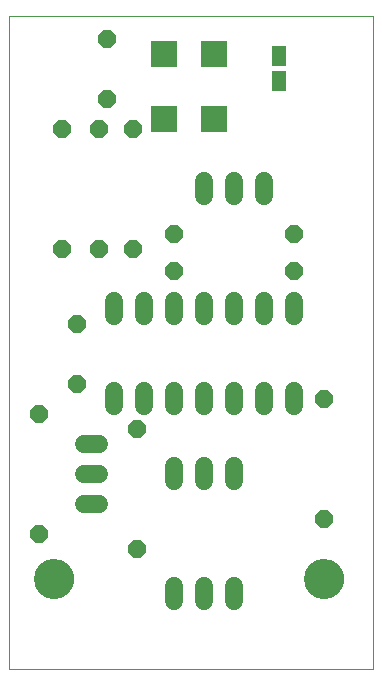
<source format=gbs>
G75*
%MOIN*%
%OFA0B0*%
%FSLAX25Y25*%
%IPPOS*%
%LPD*%
%AMOC8*
5,1,8,0,0,1.08239X$1,22.5*
%
%ADD10C,0.00000*%
%ADD11C,0.13398*%
%ADD12OC8,0.06000*%
%ADD13R,0.09068X0.09068*%
%ADD14C,0.06000*%
%ADD15R,0.04737X0.06706*%
D10*
X0001800Y0001800D02*
X0001800Y0219261D01*
X0123001Y0219261D01*
X0123001Y0001800D01*
X0001800Y0001800D01*
X0010501Y0031800D02*
X0010503Y0031958D01*
X0010509Y0032116D01*
X0010519Y0032274D01*
X0010533Y0032432D01*
X0010551Y0032589D01*
X0010572Y0032746D01*
X0010598Y0032902D01*
X0010628Y0033058D01*
X0010661Y0033213D01*
X0010699Y0033366D01*
X0010740Y0033519D01*
X0010785Y0033671D01*
X0010834Y0033822D01*
X0010887Y0033971D01*
X0010943Y0034119D01*
X0011003Y0034265D01*
X0011067Y0034410D01*
X0011135Y0034553D01*
X0011206Y0034695D01*
X0011280Y0034835D01*
X0011358Y0034972D01*
X0011440Y0035108D01*
X0011524Y0035242D01*
X0011613Y0035373D01*
X0011704Y0035502D01*
X0011799Y0035629D01*
X0011896Y0035754D01*
X0011997Y0035876D01*
X0012101Y0035995D01*
X0012208Y0036112D01*
X0012318Y0036226D01*
X0012431Y0036337D01*
X0012546Y0036446D01*
X0012664Y0036551D01*
X0012785Y0036653D01*
X0012908Y0036753D01*
X0013034Y0036849D01*
X0013162Y0036942D01*
X0013292Y0037032D01*
X0013425Y0037118D01*
X0013560Y0037202D01*
X0013696Y0037281D01*
X0013835Y0037358D01*
X0013976Y0037430D01*
X0014118Y0037500D01*
X0014262Y0037565D01*
X0014408Y0037627D01*
X0014555Y0037685D01*
X0014704Y0037740D01*
X0014854Y0037791D01*
X0015005Y0037838D01*
X0015157Y0037881D01*
X0015310Y0037920D01*
X0015465Y0037956D01*
X0015620Y0037987D01*
X0015776Y0038015D01*
X0015932Y0038039D01*
X0016089Y0038059D01*
X0016247Y0038075D01*
X0016404Y0038087D01*
X0016563Y0038095D01*
X0016721Y0038099D01*
X0016879Y0038099D01*
X0017037Y0038095D01*
X0017196Y0038087D01*
X0017353Y0038075D01*
X0017511Y0038059D01*
X0017668Y0038039D01*
X0017824Y0038015D01*
X0017980Y0037987D01*
X0018135Y0037956D01*
X0018290Y0037920D01*
X0018443Y0037881D01*
X0018595Y0037838D01*
X0018746Y0037791D01*
X0018896Y0037740D01*
X0019045Y0037685D01*
X0019192Y0037627D01*
X0019338Y0037565D01*
X0019482Y0037500D01*
X0019624Y0037430D01*
X0019765Y0037358D01*
X0019904Y0037281D01*
X0020040Y0037202D01*
X0020175Y0037118D01*
X0020308Y0037032D01*
X0020438Y0036942D01*
X0020566Y0036849D01*
X0020692Y0036753D01*
X0020815Y0036653D01*
X0020936Y0036551D01*
X0021054Y0036446D01*
X0021169Y0036337D01*
X0021282Y0036226D01*
X0021392Y0036112D01*
X0021499Y0035995D01*
X0021603Y0035876D01*
X0021704Y0035754D01*
X0021801Y0035629D01*
X0021896Y0035502D01*
X0021987Y0035373D01*
X0022076Y0035242D01*
X0022160Y0035108D01*
X0022242Y0034972D01*
X0022320Y0034835D01*
X0022394Y0034695D01*
X0022465Y0034553D01*
X0022533Y0034410D01*
X0022597Y0034265D01*
X0022657Y0034119D01*
X0022713Y0033971D01*
X0022766Y0033822D01*
X0022815Y0033671D01*
X0022860Y0033519D01*
X0022901Y0033366D01*
X0022939Y0033213D01*
X0022972Y0033058D01*
X0023002Y0032902D01*
X0023028Y0032746D01*
X0023049Y0032589D01*
X0023067Y0032432D01*
X0023081Y0032274D01*
X0023091Y0032116D01*
X0023097Y0031958D01*
X0023099Y0031800D01*
X0023097Y0031642D01*
X0023091Y0031484D01*
X0023081Y0031326D01*
X0023067Y0031168D01*
X0023049Y0031011D01*
X0023028Y0030854D01*
X0023002Y0030698D01*
X0022972Y0030542D01*
X0022939Y0030387D01*
X0022901Y0030234D01*
X0022860Y0030081D01*
X0022815Y0029929D01*
X0022766Y0029778D01*
X0022713Y0029629D01*
X0022657Y0029481D01*
X0022597Y0029335D01*
X0022533Y0029190D01*
X0022465Y0029047D01*
X0022394Y0028905D01*
X0022320Y0028765D01*
X0022242Y0028628D01*
X0022160Y0028492D01*
X0022076Y0028358D01*
X0021987Y0028227D01*
X0021896Y0028098D01*
X0021801Y0027971D01*
X0021704Y0027846D01*
X0021603Y0027724D01*
X0021499Y0027605D01*
X0021392Y0027488D01*
X0021282Y0027374D01*
X0021169Y0027263D01*
X0021054Y0027154D01*
X0020936Y0027049D01*
X0020815Y0026947D01*
X0020692Y0026847D01*
X0020566Y0026751D01*
X0020438Y0026658D01*
X0020308Y0026568D01*
X0020175Y0026482D01*
X0020040Y0026398D01*
X0019904Y0026319D01*
X0019765Y0026242D01*
X0019624Y0026170D01*
X0019482Y0026100D01*
X0019338Y0026035D01*
X0019192Y0025973D01*
X0019045Y0025915D01*
X0018896Y0025860D01*
X0018746Y0025809D01*
X0018595Y0025762D01*
X0018443Y0025719D01*
X0018290Y0025680D01*
X0018135Y0025644D01*
X0017980Y0025613D01*
X0017824Y0025585D01*
X0017668Y0025561D01*
X0017511Y0025541D01*
X0017353Y0025525D01*
X0017196Y0025513D01*
X0017037Y0025505D01*
X0016879Y0025501D01*
X0016721Y0025501D01*
X0016563Y0025505D01*
X0016404Y0025513D01*
X0016247Y0025525D01*
X0016089Y0025541D01*
X0015932Y0025561D01*
X0015776Y0025585D01*
X0015620Y0025613D01*
X0015465Y0025644D01*
X0015310Y0025680D01*
X0015157Y0025719D01*
X0015005Y0025762D01*
X0014854Y0025809D01*
X0014704Y0025860D01*
X0014555Y0025915D01*
X0014408Y0025973D01*
X0014262Y0026035D01*
X0014118Y0026100D01*
X0013976Y0026170D01*
X0013835Y0026242D01*
X0013696Y0026319D01*
X0013560Y0026398D01*
X0013425Y0026482D01*
X0013292Y0026568D01*
X0013162Y0026658D01*
X0013034Y0026751D01*
X0012908Y0026847D01*
X0012785Y0026947D01*
X0012664Y0027049D01*
X0012546Y0027154D01*
X0012431Y0027263D01*
X0012318Y0027374D01*
X0012208Y0027488D01*
X0012101Y0027605D01*
X0011997Y0027724D01*
X0011896Y0027846D01*
X0011799Y0027971D01*
X0011704Y0028098D01*
X0011613Y0028227D01*
X0011524Y0028358D01*
X0011440Y0028492D01*
X0011358Y0028628D01*
X0011280Y0028765D01*
X0011206Y0028905D01*
X0011135Y0029047D01*
X0011067Y0029190D01*
X0011003Y0029335D01*
X0010943Y0029481D01*
X0010887Y0029629D01*
X0010834Y0029778D01*
X0010785Y0029929D01*
X0010740Y0030081D01*
X0010699Y0030234D01*
X0010661Y0030387D01*
X0010628Y0030542D01*
X0010598Y0030698D01*
X0010572Y0030854D01*
X0010551Y0031011D01*
X0010533Y0031168D01*
X0010519Y0031326D01*
X0010509Y0031484D01*
X0010503Y0031642D01*
X0010501Y0031800D01*
X0100501Y0031800D02*
X0100503Y0031958D01*
X0100509Y0032116D01*
X0100519Y0032274D01*
X0100533Y0032432D01*
X0100551Y0032589D01*
X0100572Y0032746D01*
X0100598Y0032902D01*
X0100628Y0033058D01*
X0100661Y0033213D01*
X0100699Y0033366D01*
X0100740Y0033519D01*
X0100785Y0033671D01*
X0100834Y0033822D01*
X0100887Y0033971D01*
X0100943Y0034119D01*
X0101003Y0034265D01*
X0101067Y0034410D01*
X0101135Y0034553D01*
X0101206Y0034695D01*
X0101280Y0034835D01*
X0101358Y0034972D01*
X0101440Y0035108D01*
X0101524Y0035242D01*
X0101613Y0035373D01*
X0101704Y0035502D01*
X0101799Y0035629D01*
X0101896Y0035754D01*
X0101997Y0035876D01*
X0102101Y0035995D01*
X0102208Y0036112D01*
X0102318Y0036226D01*
X0102431Y0036337D01*
X0102546Y0036446D01*
X0102664Y0036551D01*
X0102785Y0036653D01*
X0102908Y0036753D01*
X0103034Y0036849D01*
X0103162Y0036942D01*
X0103292Y0037032D01*
X0103425Y0037118D01*
X0103560Y0037202D01*
X0103696Y0037281D01*
X0103835Y0037358D01*
X0103976Y0037430D01*
X0104118Y0037500D01*
X0104262Y0037565D01*
X0104408Y0037627D01*
X0104555Y0037685D01*
X0104704Y0037740D01*
X0104854Y0037791D01*
X0105005Y0037838D01*
X0105157Y0037881D01*
X0105310Y0037920D01*
X0105465Y0037956D01*
X0105620Y0037987D01*
X0105776Y0038015D01*
X0105932Y0038039D01*
X0106089Y0038059D01*
X0106247Y0038075D01*
X0106404Y0038087D01*
X0106563Y0038095D01*
X0106721Y0038099D01*
X0106879Y0038099D01*
X0107037Y0038095D01*
X0107196Y0038087D01*
X0107353Y0038075D01*
X0107511Y0038059D01*
X0107668Y0038039D01*
X0107824Y0038015D01*
X0107980Y0037987D01*
X0108135Y0037956D01*
X0108290Y0037920D01*
X0108443Y0037881D01*
X0108595Y0037838D01*
X0108746Y0037791D01*
X0108896Y0037740D01*
X0109045Y0037685D01*
X0109192Y0037627D01*
X0109338Y0037565D01*
X0109482Y0037500D01*
X0109624Y0037430D01*
X0109765Y0037358D01*
X0109904Y0037281D01*
X0110040Y0037202D01*
X0110175Y0037118D01*
X0110308Y0037032D01*
X0110438Y0036942D01*
X0110566Y0036849D01*
X0110692Y0036753D01*
X0110815Y0036653D01*
X0110936Y0036551D01*
X0111054Y0036446D01*
X0111169Y0036337D01*
X0111282Y0036226D01*
X0111392Y0036112D01*
X0111499Y0035995D01*
X0111603Y0035876D01*
X0111704Y0035754D01*
X0111801Y0035629D01*
X0111896Y0035502D01*
X0111987Y0035373D01*
X0112076Y0035242D01*
X0112160Y0035108D01*
X0112242Y0034972D01*
X0112320Y0034835D01*
X0112394Y0034695D01*
X0112465Y0034553D01*
X0112533Y0034410D01*
X0112597Y0034265D01*
X0112657Y0034119D01*
X0112713Y0033971D01*
X0112766Y0033822D01*
X0112815Y0033671D01*
X0112860Y0033519D01*
X0112901Y0033366D01*
X0112939Y0033213D01*
X0112972Y0033058D01*
X0113002Y0032902D01*
X0113028Y0032746D01*
X0113049Y0032589D01*
X0113067Y0032432D01*
X0113081Y0032274D01*
X0113091Y0032116D01*
X0113097Y0031958D01*
X0113099Y0031800D01*
X0113097Y0031642D01*
X0113091Y0031484D01*
X0113081Y0031326D01*
X0113067Y0031168D01*
X0113049Y0031011D01*
X0113028Y0030854D01*
X0113002Y0030698D01*
X0112972Y0030542D01*
X0112939Y0030387D01*
X0112901Y0030234D01*
X0112860Y0030081D01*
X0112815Y0029929D01*
X0112766Y0029778D01*
X0112713Y0029629D01*
X0112657Y0029481D01*
X0112597Y0029335D01*
X0112533Y0029190D01*
X0112465Y0029047D01*
X0112394Y0028905D01*
X0112320Y0028765D01*
X0112242Y0028628D01*
X0112160Y0028492D01*
X0112076Y0028358D01*
X0111987Y0028227D01*
X0111896Y0028098D01*
X0111801Y0027971D01*
X0111704Y0027846D01*
X0111603Y0027724D01*
X0111499Y0027605D01*
X0111392Y0027488D01*
X0111282Y0027374D01*
X0111169Y0027263D01*
X0111054Y0027154D01*
X0110936Y0027049D01*
X0110815Y0026947D01*
X0110692Y0026847D01*
X0110566Y0026751D01*
X0110438Y0026658D01*
X0110308Y0026568D01*
X0110175Y0026482D01*
X0110040Y0026398D01*
X0109904Y0026319D01*
X0109765Y0026242D01*
X0109624Y0026170D01*
X0109482Y0026100D01*
X0109338Y0026035D01*
X0109192Y0025973D01*
X0109045Y0025915D01*
X0108896Y0025860D01*
X0108746Y0025809D01*
X0108595Y0025762D01*
X0108443Y0025719D01*
X0108290Y0025680D01*
X0108135Y0025644D01*
X0107980Y0025613D01*
X0107824Y0025585D01*
X0107668Y0025561D01*
X0107511Y0025541D01*
X0107353Y0025525D01*
X0107196Y0025513D01*
X0107037Y0025505D01*
X0106879Y0025501D01*
X0106721Y0025501D01*
X0106563Y0025505D01*
X0106404Y0025513D01*
X0106247Y0025525D01*
X0106089Y0025541D01*
X0105932Y0025561D01*
X0105776Y0025585D01*
X0105620Y0025613D01*
X0105465Y0025644D01*
X0105310Y0025680D01*
X0105157Y0025719D01*
X0105005Y0025762D01*
X0104854Y0025809D01*
X0104704Y0025860D01*
X0104555Y0025915D01*
X0104408Y0025973D01*
X0104262Y0026035D01*
X0104118Y0026100D01*
X0103976Y0026170D01*
X0103835Y0026242D01*
X0103696Y0026319D01*
X0103560Y0026398D01*
X0103425Y0026482D01*
X0103292Y0026568D01*
X0103162Y0026658D01*
X0103034Y0026751D01*
X0102908Y0026847D01*
X0102785Y0026947D01*
X0102664Y0027049D01*
X0102546Y0027154D01*
X0102431Y0027263D01*
X0102318Y0027374D01*
X0102208Y0027488D01*
X0102101Y0027605D01*
X0101997Y0027724D01*
X0101896Y0027846D01*
X0101799Y0027971D01*
X0101704Y0028098D01*
X0101613Y0028227D01*
X0101524Y0028358D01*
X0101440Y0028492D01*
X0101358Y0028628D01*
X0101280Y0028765D01*
X0101206Y0028905D01*
X0101135Y0029047D01*
X0101067Y0029190D01*
X0101003Y0029335D01*
X0100943Y0029481D01*
X0100887Y0029629D01*
X0100834Y0029778D01*
X0100785Y0029929D01*
X0100740Y0030081D01*
X0100699Y0030234D01*
X0100661Y0030387D01*
X0100628Y0030542D01*
X0100598Y0030698D01*
X0100572Y0030854D01*
X0100551Y0031011D01*
X0100533Y0031168D01*
X0100519Y0031326D01*
X0100509Y0031484D01*
X0100503Y0031642D01*
X0100501Y0031800D01*
D11*
X0106800Y0031800D03*
X0016800Y0031800D03*
D12*
X0011800Y0046800D03*
X0011800Y0086800D03*
X0024300Y0096800D03*
X0024300Y0116800D03*
X0019300Y0141800D03*
X0031800Y0141800D03*
X0043050Y0141800D03*
X0056800Y0146800D03*
X0056800Y0134300D03*
X0043050Y0181800D03*
X0034300Y0191800D03*
X0031800Y0181800D03*
X0019300Y0181800D03*
X0034300Y0211800D03*
X0096800Y0146800D03*
X0096800Y0134300D03*
X0106800Y0091800D03*
X0106800Y0051800D03*
X0044300Y0041800D03*
X0044300Y0081800D03*
D13*
X0053532Y0185146D03*
X0053532Y0206800D03*
X0070068Y0206800D03*
X0070068Y0185146D03*
D14*
X0066800Y0164400D02*
X0066800Y0159200D01*
X0076800Y0159200D02*
X0076800Y0164400D01*
X0086800Y0164400D02*
X0086800Y0159200D01*
X0086800Y0124400D02*
X0086800Y0119200D01*
X0096800Y0119200D02*
X0096800Y0124400D01*
X0096800Y0094400D02*
X0096800Y0089200D01*
X0086800Y0089200D02*
X0086800Y0094400D01*
X0076800Y0094400D02*
X0076800Y0089200D01*
X0076800Y0069400D02*
X0076800Y0064200D01*
X0066800Y0064200D02*
X0066800Y0069400D01*
X0056800Y0069400D02*
X0056800Y0064200D01*
X0056800Y0089200D02*
X0056800Y0094400D01*
X0066800Y0094400D02*
X0066800Y0089200D01*
X0066800Y0119200D02*
X0066800Y0124400D01*
X0056800Y0124400D02*
X0056800Y0119200D01*
X0046800Y0119200D02*
X0046800Y0124400D01*
X0036800Y0124400D02*
X0036800Y0119200D01*
X0036800Y0094400D02*
X0036800Y0089200D01*
X0031900Y0076800D02*
X0026700Y0076800D01*
X0026700Y0066800D02*
X0031900Y0066800D01*
X0031900Y0056800D02*
X0026700Y0056800D01*
X0046800Y0089200D02*
X0046800Y0094400D01*
X0076800Y0119200D02*
X0076800Y0124400D01*
X0076800Y0029400D02*
X0076800Y0024200D01*
X0066800Y0024200D02*
X0066800Y0029400D01*
X0056800Y0029400D02*
X0056800Y0024200D01*
D15*
X0091800Y0197656D03*
X0091800Y0205944D03*
M02*

</source>
